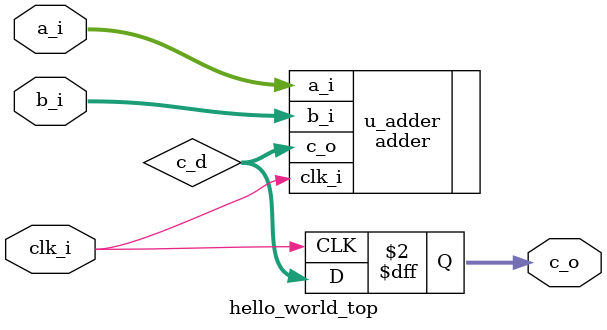
<source format=sv>
module hello_world_top (
    input wire       clk_i,
    input wire [7:0] a_i,
    input wire [7:0] b_i,
    output reg [8:0] c_o
);
  reg [8:0] c_d;

  adder u_adder(
    .clk_i      (clk_i),
    .a_i        (a_i),
    .b_i        (b_i),
    .c_o        (c_d)
  );

  always_ff @(posedge clk_i) begin
    c_o <= c_d;
  end

endmodule

</source>
